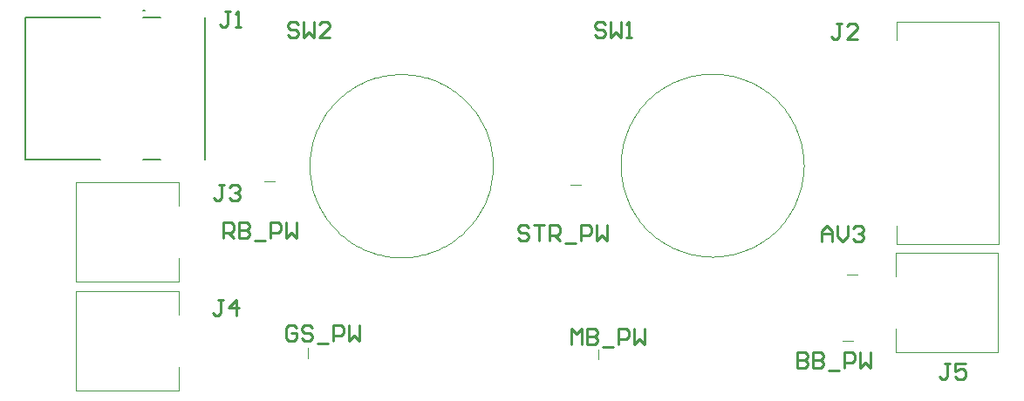
<source format=gto>
G04*
G04 #@! TF.GenerationSoftware,Altium Limited,Altium Designer,20.2.6 (244)*
G04*
G04 Layer_Color=65535*
%FSLAX25Y25*%
%MOIN*%
G70*
G04*
G04 #@! TF.SameCoordinates,7EBD70BA-B8F3-473B-BE4C-BEC84CDD1DDF*
G04*
G04*
G04 #@! TF.FilePolarity,Positive*
G04*
G01*
G75*
%ADD10C,0.00787*%
%ADD11C,0.00394*%
%ADD12C,0.00500*%
%ADD13C,0.01000*%
D10*
X20507Y148354D02*
X19720D01*
X20507D01*
D11*
X153454Y88868D02*
X153439Y89868D01*
X153397Y90867D01*
X153325Y91864D01*
X153226Y92858D01*
X153097Y93849D01*
X152941Y94837D01*
X152757Y95819D01*
X152544Y96796D01*
X152304Y97766D01*
X152036Y98729D01*
X151741Y99684D01*
X151418Y100630D01*
X151069Y101567D01*
X150693Y102493D01*
X150291Y103408D01*
X149863Y104311D01*
X149409Y105202D01*
X148930Y106079D01*
X148426Y106942D01*
X147898Y107791D01*
X147345Y108624D01*
X146769Y109441D01*
X146170Y110241D01*
X145549Y111024D01*
X144905Y111789D01*
X144240Y112535D01*
X143553Y113261D01*
X142847Y113968D01*
X142120Y114655D01*
X141374Y115320D01*
X140609Y115963D01*
X139826Y116585D01*
X139026Y117184D01*
X138209Y117760D01*
X137376Y118312D01*
X136528Y118841D01*
X135664Y119345D01*
X134787Y119824D01*
X133896Y120278D01*
X132993Y120706D01*
X132078Y121108D01*
X131152Y121484D01*
X130215Y121833D01*
X129269Y122155D01*
X128314Y122451D01*
X127351Y122719D01*
X126381Y122959D01*
X125404Y123171D01*
X124422Y123356D01*
X123435Y123512D01*
X122443Y123640D01*
X121449Y123740D01*
X120452Y123811D01*
X119453Y123854D01*
X118454Y123869D01*
X117454Y123854D01*
X116456Y123811D01*
X115459Y123740D01*
X114464Y123640D01*
X113473Y123512D01*
X112485Y123356D01*
X111503Y123171D01*
X110526Y122959D01*
X109556Y122719D01*
X108593Y122451D01*
X107638Y122155D01*
X106692Y121833D01*
X105755Y121484D01*
X104829Y121108D01*
X103914Y120706D01*
X103011Y120278D01*
X102120Y119824D01*
X101243Y119345D01*
X100380Y118841D01*
X99531Y118312D01*
X98698Y117760D01*
X97881Y117184D01*
X97081Y116585D01*
X96298Y115963D01*
X95534Y115320D01*
X94788Y114655D01*
X94061Y113968D01*
X93354Y113261D01*
X92668Y112535D01*
X92002Y111789D01*
X91359Y111024D01*
X90737Y110241D01*
X90138Y109441D01*
X89562Y108624D01*
X89010Y107791D01*
X88481Y106942D01*
X87978Y106079D01*
X87498Y105202D01*
X87045Y104311D01*
X86616Y103408D01*
X86214Y102493D01*
X85838Y101567D01*
X85489Y100630D01*
X85167Y99684D01*
X84871Y98729D01*
X84604Y97766D01*
X84363Y96796D01*
X84151Y95819D01*
X83966Y94837D01*
X83810Y93850D01*
X83682Y92858D01*
X83582Y91864D01*
X83511Y90867D01*
X83468Y89868D01*
X83454Y88868D01*
X83468Y87869D01*
X83511Y86870D01*
X83582Y85873D01*
X83682Y84879D01*
X83810Y83887D01*
X83966Y82900D01*
X84151Y81918D01*
X84363Y80941D01*
X84604Y79971D01*
X84871Y79008D01*
X85167Y78053D01*
X85489Y77107D01*
X85838Y76170D01*
X86214Y75244D01*
X86616Y74329D01*
X87045Y73426D01*
X87498Y72535D01*
X87978Y71658D01*
X88481Y70795D01*
X89010Y69946D01*
X89562Y69113D01*
X90138Y68296D01*
X90737Y67496D01*
X91359Y66713D01*
X92002Y65948D01*
X92668Y65202D01*
X93354Y64476D01*
X94061Y63769D01*
X94788Y63082D01*
X95534Y62417D01*
X96298Y61774D01*
X97081Y61152D01*
X97881Y60553D01*
X98698Y59977D01*
X99531Y59425D01*
X100380Y58896D01*
X101243Y58392D01*
X102120Y57913D01*
X103011Y57459D01*
X103914Y57031D01*
X104829Y56629D01*
X105755Y56253D01*
X106692Y55904D01*
X107638Y55581D01*
X108593Y55286D01*
X109556Y55018D01*
X110526Y54778D01*
X111503Y54566D01*
X112486Y54381D01*
X113473Y54225D01*
X114464Y54097D01*
X115459Y53997D01*
X116456Y53926D01*
X117454Y53883D01*
X118454Y53869D01*
X119453Y53883D01*
X120452Y53926D01*
X121449Y53997D01*
X122443Y54097D01*
X123435Y54225D01*
X124422Y54381D01*
X125404Y54566D01*
X126381Y54778D01*
X127351Y55018D01*
X128314Y55286D01*
X129269Y55582D01*
X130215Y55904D01*
X131152Y56253D01*
X132078Y56629D01*
X132993Y57031D01*
X133896Y57460D01*
X134787Y57913D01*
X135664Y58392D01*
X136528Y58896D01*
X137376Y59425D01*
X138209Y59977D01*
X139026Y60553D01*
X139826Y61152D01*
X140609Y61774D01*
X141374Y62417D01*
X142120Y63082D01*
X142846Y63769D01*
X143553Y64476D01*
X144239Y65202D01*
X144905Y65948D01*
X145548Y66713D01*
X146170Y67496D01*
X146769Y68296D01*
X147345Y69113D01*
X147897Y69946D01*
X148426Y70794D01*
X148930Y71658D01*
X149409Y72535D01*
X149863Y73426D01*
X150291Y74329D01*
X150693Y75244D01*
X151069Y76170D01*
X151418Y77107D01*
X151741Y78053D01*
X152036Y79008D01*
X152304Y79971D01*
X152544Y80941D01*
X152757Y81918D01*
X152941Y82900D01*
X153097Y83887D01*
X153226Y84878D01*
X153325Y85873D01*
X153397Y86870D01*
X153439Y87869D01*
X153454Y88868D01*
X272284Y89099D02*
X272269Y90098D01*
X272227Y91097D01*
X272155Y92094D01*
X272056Y93088D01*
X271927Y94080D01*
X271771Y95067D01*
X271586Y96049D01*
X271374Y97026D01*
X271134Y97996D01*
X270866Y98959D01*
X270571Y99914D01*
X270248Y100860D01*
X269899Y101797D01*
X269523Y102723D01*
X269121Y103638D01*
X268693Y104541D01*
X268239Y105432D01*
X267760Y106309D01*
X267256Y107172D01*
X266727Y108021D01*
X266175Y108854D01*
X265599Y109671D01*
X265000Y110471D01*
X264379Y111254D01*
X263735Y112019D01*
X263070Y112765D01*
X262383Y113491D01*
X261677Y114198D01*
X260950Y114884D01*
X260204Y115550D01*
X259439Y116193D01*
X258656Y116815D01*
X257856Y117414D01*
X257039Y117990D01*
X256206Y118542D01*
X255358Y119071D01*
X254494Y119575D01*
X253617Y120054D01*
X252726Y120508D01*
X251823Y120936D01*
X250908Y121338D01*
X249982Y121714D01*
X249045Y122063D01*
X248099Y122386D01*
X247144Y122681D01*
X246181Y122949D01*
X245211Y123189D01*
X244234Y123401D01*
X243252Y123586D01*
X242265Y123742D01*
X241273Y123870D01*
X240279Y123970D01*
X239282Y124041D01*
X238283Y124084D01*
X237284Y124099D01*
X236284Y124084D01*
X235286Y124041D01*
X234289Y123970D01*
X233294Y123870D01*
X232303Y123742D01*
X231315Y123586D01*
X230333Y123401D01*
X229356Y123189D01*
X228386Y122949D01*
X227423Y122681D01*
X226468Y122386D01*
X225522Y122063D01*
X224585Y121714D01*
X223659Y121338D01*
X222744Y120936D01*
X221841Y120508D01*
X220950Y120054D01*
X220073Y119575D01*
X219210Y119071D01*
X218361Y118542D01*
X217528Y117990D01*
X216711Y117414D01*
X215911Y116815D01*
X215128Y116193D01*
X214364Y115550D01*
X213618Y114884D01*
X212891Y114198D01*
X212184Y113491D01*
X211498Y112765D01*
X210833Y112019D01*
X210189Y111254D01*
X209567Y110471D01*
X208968Y109671D01*
X208392Y108854D01*
X207840Y108021D01*
X207312Y107173D01*
X206808Y106309D01*
X206329Y105432D01*
X205875Y104541D01*
X205447Y103638D01*
X205044Y102723D01*
X204668Y101797D01*
X204319Y100860D01*
X203997Y99914D01*
X203701Y98959D01*
X203433Y97996D01*
X203193Y97026D01*
X202981Y96049D01*
X202796Y95067D01*
X202640Y94080D01*
X202512Y93088D01*
X202412Y92094D01*
X202341Y91097D01*
X202298Y90098D01*
X202284Y89099D01*
X202298Y88099D01*
X202341Y87100D01*
X202412Y86103D01*
X202512Y85109D01*
X202640Y84118D01*
X202796Y83130D01*
X202981Y82148D01*
X203193Y81171D01*
X203433Y80201D01*
X203701Y79238D01*
X203997Y78283D01*
X204319Y77337D01*
X204668Y76400D01*
X205044Y75474D01*
X205447Y74559D01*
X205875Y73656D01*
X206329Y72765D01*
X206808Y71888D01*
X207312Y71025D01*
X207840Y70176D01*
X208392Y69343D01*
X208968Y68526D01*
X209567Y67726D01*
X210189Y66943D01*
X210833Y66178D01*
X211498Y65432D01*
X212184Y64706D01*
X212891Y63999D01*
X213618Y63313D01*
X214364Y62647D01*
X215128Y62003D01*
X215911Y61382D01*
X216711Y60783D01*
X217528Y60207D01*
X218361Y59655D01*
X219210Y59126D01*
X220073Y58622D01*
X220950Y58143D01*
X221841Y57689D01*
X222744Y57261D01*
X223659Y56859D01*
X224586Y56483D01*
X225522Y56134D01*
X226468Y55812D01*
X227423Y55516D01*
X228386Y55248D01*
X229356Y55008D01*
X230333Y54796D01*
X231315Y54611D01*
X232303Y54455D01*
X233294Y54327D01*
X234289Y54227D01*
X235286Y54156D01*
X236284Y54113D01*
X237284Y54098D01*
X238283Y54113D01*
X239282Y54156D01*
X240279Y54227D01*
X241273Y54327D01*
X242265Y54455D01*
X243252Y54611D01*
X244234Y54796D01*
X245211Y55008D01*
X246181Y55248D01*
X247144Y55516D01*
X248099Y55812D01*
X249045Y56134D01*
X249982Y56483D01*
X250908Y56859D01*
X251823Y57261D01*
X252726Y57690D01*
X253617Y58143D01*
X254494Y58622D01*
X255358Y59126D01*
X256206Y59655D01*
X257039Y60207D01*
X257856Y60783D01*
X258656Y61382D01*
X259439Y62003D01*
X260204Y62647D01*
X260950Y63313D01*
X261676Y63999D01*
X262383Y64706D01*
X263070Y65432D01*
X263735Y66178D01*
X264378Y66943D01*
X265000Y67726D01*
X265599Y68526D01*
X266175Y69343D01*
X266727Y70176D01*
X267256Y71025D01*
X267760Y71888D01*
X268239Y72765D01*
X268692Y73656D01*
X269121Y74559D01*
X269523Y75474D01*
X269899Y76400D01*
X270248Y77337D01*
X270571Y78283D01*
X270866Y79238D01*
X271134Y80201D01*
X271374Y81171D01*
X271586Y82148D01*
X271771Y83130D01*
X271927Y84117D01*
X272056Y85109D01*
X272155Y86103D01*
X272227Y87100D01*
X272269Y88099D01*
X272284Y89098D01*
X66012Y83025D02*
X69949D01*
X82825Y15361D02*
Y19298D01*
X183031Y81755D02*
X186969D01*
X193825Y14821D02*
Y18758D01*
X287071Y22015D02*
X291008D01*
X288912Y47392D02*
X292848D01*
X33334Y2788D02*
Y11784D01*
X-5741Y2788D02*
X33334D01*
X-5741D02*
Y40780D01*
X33334D01*
Y31784D02*
Y40780D01*
Y73585D02*
Y82581D01*
X-5741D02*
X33334D01*
X-5741Y44588D02*
Y82581D01*
Y44588D02*
X33334D01*
Y53584D01*
X307872Y136839D02*
X307872Y136839D01*
X307872Y136839D02*
Y144025D01*
Y65973D02*
X307872Y65973D01*
X307872Y58788D02*
Y65973D01*
Y58788D02*
X346848D01*
Y144025D01*
X307872D02*
X346848D01*
X307434Y46569D02*
Y55566D01*
X346509D01*
Y17573D02*
Y55566D01*
X307434Y17573D02*
X346509D01*
X307434D02*
Y26569D01*
D12*
X-25319Y91268D02*
Y145598D01*
Y91268D02*
X3578D01*
X-25319Y145598D02*
X3578D01*
X43421Y91268D02*
Y145598D01*
X19720D02*
X26413D01*
X19720Y91268D02*
X26413D01*
D13*
X52949Y147848D02*
X50949D01*
X51949D01*
Y142850D01*
X50949Y141850D01*
X49950D01*
X48950Y142850D01*
X54948Y141850D02*
X56947D01*
X55948D01*
Y147848D01*
X54948Y146848D01*
X328019Y13108D02*
X326019D01*
X327019D01*
Y8110D01*
X326019Y7110D01*
X325020D01*
X324020Y8110D01*
X334017Y13108D02*
X330018D01*
Y10109D01*
X332017Y11109D01*
X333017D01*
X334017Y10109D01*
Y8110D01*
X333017Y7110D01*
X331018D01*
X330018Y8110D01*
X50329Y37528D02*
X48329D01*
X49329D01*
Y32530D01*
X48329Y31530D01*
X47330D01*
X46330Y32530D01*
X55327Y31530D02*
Y37528D01*
X52328Y34529D01*
X56327D01*
X79242Y142867D02*
X78243Y143867D01*
X76243D01*
X75244Y142867D01*
Y141867D01*
X76243Y140868D01*
X78243D01*
X79242Y139868D01*
Y138868D01*
X78243Y137868D01*
X76243D01*
X75244Y138868D01*
X81242Y143867D02*
Y137868D01*
X83241Y139868D01*
X85240Y137868D01*
Y143867D01*
X91238Y137868D02*
X87240D01*
X91238Y141867D01*
Y142867D01*
X90239Y143867D01*
X88239D01*
X87240Y142867D01*
X167019Y65178D02*
X166019Y66178D01*
X164020D01*
X163020Y65178D01*
Y64179D01*
X164020Y63179D01*
X166019D01*
X167019Y62179D01*
Y61180D01*
X166019Y60180D01*
X164020D01*
X163020Y61180D01*
X169018Y66178D02*
X173017D01*
X171017D01*
Y60180D01*
X175016D02*
Y66178D01*
X178015D01*
X179015Y65178D01*
Y63179D01*
X178015Y62179D01*
X175016D01*
X177015D02*
X179015Y60180D01*
X181014Y59180D02*
X185013D01*
X187012Y60180D02*
Y66178D01*
X190011D01*
X191011Y65178D01*
Y63179D01*
X190011Y62179D01*
X187012D01*
X193010Y66178D02*
Y60180D01*
X195010Y62179D01*
X197009Y60180D01*
Y66178D01*
X50310Y61360D02*
Y67358D01*
X53309D01*
X54309Y66358D01*
Y64359D01*
X53309Y63359D01*
X50310D01*
X52309D02*
X54309Y61360D01*
X56308Y67358D02*
Y61360D01*
X59307D01*
X60307Y62360D01*
Y63359D01*
X59307Y64359D01*
X56308D01*
X59307D01*
X60307Y65359D01*
Y66358D01*
X59307Y67358D01*
X56308D01*
X62306Y60360D02*
X66305D01*
X68304Y61360D02*
Y67358D01*
X71303D01*
X72303Y66358D01*
Y64359D01*
X71303Y63359D01*
X68304D01*
X74302Y67358D02*
Y61360D01*
X76302Y63359D01*
X78301Y61360D01*
Y67358D01*
X196592Y142837D02*
X195593Y143837D01*
X193593D01*
X192594Y142837D01*
Y141837D01*
X193593Y140838D01*
X195593D01*
X196592Y139838D01*
Y138838D01*
X195593Y137838D01*
X193593D01*
X192594Y138838D01*
X198592Y143837D02*
Y137838D01*
X200591Y139838D01*
X202590Y137838D01*
Y143837D01*
X204590Y137838D02*
X206589D01*
X205589D01*
Y143837D01*
X204590Y142837D01*
X50937Y81677D02*
X48937D01*
X49937D01*
Y76679D01*
X48937Y75679D01*
X47938D01*
X46938Y76679D01*
X52936Y80677D02*
X53936Y81677D01*
X55935D01*
X56935Y80677D01*
Y79678D01*
X55935Y78678D01*
X54935D01*
X55935D01*
X56935Y77678D01*
Y76679D01*
X55935Y75679D01*
X53936D01*
X52936Y76679D01*
X286767Y143404D02*
X284767D01*
X285767D01*
Y138406D01*
X284767Y137406D01*
X283768D01*
X282768Y138406D01*
X292765Y137406D02*
X288766D01*
X292765Y141405D01*
Y142405D01*
X291765Y143404D01*
X289766D01*
X288766Y142405D01*
X269940Y17538D02*
Y11540D01*
X272939D01*
X273939Y12540D01*
Y13539D01*
X272939Y14539D01*
X269940D01*
X272939D01*
X273939Y15539D01*
Y16538D01*
X272939Y17538D01*
X269940D01*
X275938D02*
Y11540D01*
X278937D01*
X279937Y12540D01*
Y13539D01*
X278937Y14539D01*
X275938D01*
X278937D01*
X279937Y15539D01*
Y16538D01*
X278937Y17538D01*
X275938D01*
X281936Y10540D02*
X285935D01*
X287934Y11540D02*
Y17538D01*
X290933D01*
X291933Y16538D01*
Y14539D01*
X290933Y13539D01*
X287934D01*
X293932Y17538D02*
Y11540D01*
X295932Y13539D01*
X297931Y11540D01*
Y17538D01*
X279200Y60100D02*
Y64099D01*
X281199Y66098D01*
X283199Y64099D01*
Y60100D01*
Y63099D01*
X279200D01*
X285198Y66098D02*
Y62099D01*
X287197Y60100D01*
X289197Y62099D01*
Y66098D01*
X291196Y65098D02*
X292196Y66098D01*
X294195D01*
X295195Y65098D01*
Y64099D01*
X294195Y63099D01*
X293196D01*
X294195D01*
X295195Y62099D01*
Y61100D01*
X294195Y60100D01*
X292196D01*
X291196Y61100D01*
X183540Y20660D02*
Y26658D01*
X185539Y24659D01*
X187539Y26658D01*
Y20660D01*
X189538Y26658D02*
Y20660D01*
X192537D01*
X193537Y21660D01*
Y22659D01*
X192537Y23659D01*
X189538D01*
X192537D01*
X193537Y24659D01*
Y25658D01*
X192537Y26658D01*
X189538D01*
X195536Y19660D02*
X199535D01*
X201534Y20660D02*
Y26658D01*
X204533D01*
X205533Y25658D01*
Y23659D01*
X204533Y22659D01*
X201534D01*
X207532Y26658D02*
Y20660D01*
X209532Y22659D01*
X211531Y20660D01*
Y26658D01*
X78429Y26788D02*
X77429Y27788D01*
X75430D01*
X74430Y26788D01*
Y22790D01*
X75430Y21790D01*
X77429D01*
X78429Y22790D01*
Y24789D01*
X76429D01*
X84427Y26788D02*
X83427Y27788D01*
X81428D01*
X80428Y26788D01*
Y25789D01*
X81428Y24789D01*
X83427D01*
X84427Y23789D01*
Y22790D01*
X83427Y21790D01*
X81428D01*
X80428Y22790D01*
X86426Y20790D02*
X90425D01*
X92424Y21790D02*
Y27788D01*
X95423D01*
X96423Y26788D01*
Y24789D01*
X95423Y23789D01*
X92424D01*
X98422Y27788D02*
Y21790D01*
X100422Y23789D01*
X102421Y21790D01*
Y27788D01*
M02*

</source>
